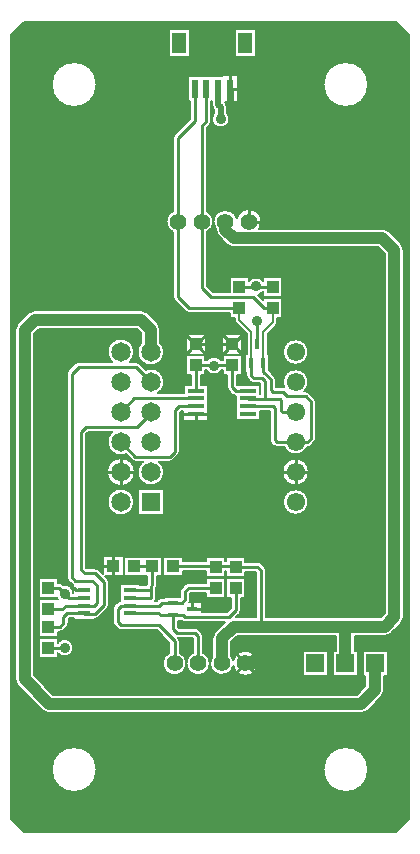
<source format=gbr>
G04 DesignSpark PCB PRO Gerber Version 10.0 Build 5299*
G04 #@! TF.Part,Single*
G04 #@! TF.FileFunction,Copper,L1,Top*
G04 #@! TF.FilePolarity,Positive*
%FSLAX36Y36*%
%MOIN*%
G04 #@! TA.AperFunction,SMDPad,CuDef*
%ADD79R,0.01575X0.03543*%
%ADD76R,0.03543X0.01575*%
%ADD77R,0.02362X0.06102*%
%ADD75R,0.03937X0.04291*%
%ADD78R,0.04724X0.07087*%
G04 #@! TA.AperFunction,ComponentPad*
%ADD19R,0.06000X0.06000*%
%ADD15R,0.06496X0.06496*%
G04 #@! TD.AperFunction*
%ADD10C,0.00787*%
%ADD14C,0.00984*%
%ADD11C,0.01000*%
%ADD73C,0.01969*%
%ADD72C,0.02362*%
G04 #@! TA.AperFunction,ViaPad*
%ADD12C,0.03543*%
G04 #@! TD.AperFunction*
%ADD13C,0.03937*%
G04 #@! TA.AperFunction,ComponentPad*
%ADD18C,0.05512*%
%ADD17C,0.06102*%
%ADD16C,0.06496*%
G04 #@! TA.AperFunction,SMDPad,CuDef*
%ADD80R,0.04331X0.01772*%
%ADD74R,0.05610X0.01772*%
%ADD81R,0.04291X0.03937*%
G04 #@! TD.AperFunction*
X0Y0D02*
D02*
D10*
X69744Y2689839D02*
Y73941D01*
X113311Y30374D01*
X1351256D01*
X1394823Y73941D01*
Y2689839D01*
X1351256Y2733406D01*
X113311D01*
X69744Y2689839D01*
X204724Y2523622D02*
G75*
G02*
X354331I74803J0D01*
G01*
G75*
G02*
X204724I-74803J0D01*
G01*
X1080709Y1478386D02*
G75*
G02*
X1085630Y1466535I-11811J-11854D01*
G01*
Y1342520D01*
G75*
G02*
X1080709Y1330669I-16732J4D01*
G01*
X1068937Y1318898D01*
G75*
G02*
X1057087Y1313976I-11854J11811D01*
G01*
X1056063D01*
G75*
G02*
X978843Y1315157I-38346J17913D01*
G01*
X955547D01*
G75*
G02*
X943681Y1320059I-31J16732D01*
G01*
X936988Y1326752D01*
G75*
G02*
X932087Y1338583I11831J11831D01*
G01*
G75*
G02*
Y1338591I6835J4D01*
G01*
G75*
G02*
Y1338618I7933J16D01*
G01*
Y1436024D01*
X898602D01*
Y1405512D01*
X818878D01*
Y1485236D01*
G75*
G02*
X807047Y1490157I24J16732D01*
G01*
X795276Y1501929D01*
G75*
G02*
X790354Y1513780I11811J11854D01*
G01*
Y1553780D01*
X775591D01*
Y1570315D01*
X770685D01*
G75*
G02*
X721441I-24622J16299D01*
G01*
X716535D01*
Y1553780D01*
X701299D01*
Y1523622D01*
X724429D01*
Y1448976D01*
X726555D01*
Y1403386D01*
X642579D01*
Y1434055D01*
X634882D01*
X630906Y1430079D01*
Y1299248D01*
G75*
G02*
Y1299220I-7933J-12D01*
G01*
G75*
G02*
Y1299213I-6835J-4D01*
G01*
G75*
G02*
X626004Y1287382I-16732J0D01*
G01*
X610256Y1271634D01*
G75*
G02*
X598390Y1266732I-11835J11831D01*
G01*
X562780D01*
G75*
G02*
X579724Y1231890I-27346J-34839D01*
G01*
G75*
G02*
X491142I-44291J0D01*
G01*
G75*
G02*
X508091Y1266732I44291J-4D01*
G01*
X483858D01*
G75*
G02*
X472008Y1271654I4J16732D01*
G01*
X452598Y1291059D01*
G75*
G02*
X406193Y1365157I-17165J40831D01*
G01*
X325827D01*
X319882Y1359213D01*
Y912441D01*
X321890Y910433D01*
X350358D01*
G75*
G02*
X362224Y905531I31J-16732D01*
G01*
X374488Y893268D01*
Y950945D01*
X445276D01*
Y883701D01*
X384055D01*
X389783Y877972D01*
G75*
G02*
X394685Y866142I-11831J-11831D01*
G01*
G75*
G02*
Y866134I-6835J-4D01*
G01*
G75*
G02*
Y866106I-7933J-12D01*
G01*
Y787437D01*
G75*
G02*
Y787409I-7933J-12D01*
G01*
G75*
G02*
Y787402I-6835J-4D01*
G01*
G75*
G02*
X389783Y775571I-16732J0D01*
G01*
X362224Y748012D01*
G75*
G02*
X350358Y743110I-11835J11831D01*
G01*
X346457D01*
Y740157D01*
X279528D01*
Y744094D01*
X263819D01*
X260827Y741102D01*
Y728346D01*
G75*
G02*
X255906Y716496I-16732J4D01*
G01*
X244134Y704724D01*
G75*
G02*
X232283Y699803I-11854J11811D01*
G01*
X224409D01*
Y682835D01*
X161417D01*
Y809291D01*
X224232D01*
G75*
G02*
X222043Y812756I23799J17461D01*
G01*
X161417D01*
Y879291D01*
X224409D01*
Y862756D01*
X228744D01*
G75*
G02*
X240610Y857854I31J-16732D01*
G01*
X242661Y855807D01*
G75*
G02*
X277402Y829819I5370J-29035D01*
G01*
Y854484D01*
G75*
G02*
X271614Y858268I6067J15594D01*
G01*
X259843Y870039D01*
G75*
G02*
X254921Y881890I11811J11854D01*
G01*
Y1559055D01*
G75*
G02*
X259843Y1570906I16732J-4D01*
G01*
X283425Y1594488D01*
G75*
G02*
X295276Y1599409I11854J-11811D01*
G01*
X405319D01*
G75*
G02*
X391142Y1631890I30114J32480D01*
G01*
G75*
G02*
X479724I44291J0D01*
G01*
G75*
G02*
X465547Y1599409I-44291J0D01*
G01*
X484646D01*
G75*
G02*
X496496Y1594488I-4J-16732D01*
G01*
X518268Y1572720D01*
G75*
G02*
X560063Y1495079I17165J-40831D01*
G01*
X644705D01*
Y1523622D01*
X667835D01*
Y1553780D01*
X653543D01*
Y1620315D01*
X716535D01*
Y1603780D01*
X722039D01*
G75*
G02*
X770087I24024J-17165D01*
G01*
X775591D01*
Y1620315D01*
X838583D01*
Y1553780D01*
X823819D01*
Y1523622D01*
X898602D01*
Y1493110D01*
X898622D01*
Y1528504D01*
X898583Y1528543D01*
X877953D01*
G75*
G02*
X866102Y1533465I4J16732D01*
G01*
X858268Y1541299D01*
G75*
G02*
X853346Y1553150I11811J11854D01*
G01*
Y1564961D01*
X850394D01*
Y1624016D01*
X854331D01*
Y1692295D01*
X819575Y1727055D01*
G75*
G02*
X814961Y1738189I11134J11138D01*
G01*
Y1746693D01*
X799213D01*
Y1762795D01*
X661417D01*
G75*
G02*
X649567Y1767717I4J16732D01*
G01*
X614173Y1803110D01*
G75*
G02*
X609252Y1814961I11811J11854D01*
G01*
Y2031291D01*
G75*
G02*
Y2102567I16732J35638D01*
G01*
Y2346457D01*
G75*
G02*
X614173Y2358307I16732J-4D01*
G01*
X664370Y2408504D01*
Y2467087D01*
X657480D01*
Y2551732D01*
X773465D01*
Y2553858D01*
X824961D01*
Y2464961D01*
X782197D01*
X783000Y2464161D01*
G75*
G02*
X789370Y2448819I-15283J-15339D01*
G01*
Y2429524D01*
G75*
G02*
X797244Y2409449I-21654J-20075D01*
G01*
G75*
G02*
X738189I-29528J0D01*
G01*
G75*
G02*
X746063Y2429524I29528J0D01*
G01*
Y2439850D01*
X744559Y2441350D01*
G75*
G02*
X738189Y2456693I15283J15339D01*
G01*
Y2467087D01*
X737205D01*
Y2401610D01*
G75*
G02*
Y2401583I-7933J-12D01*
G01*
G75*
G02*
Y2401575I-6835J-4D01*
G01*
G75*
G02*
X732303Y2389744I-16732J0D01*
G01*
X721457Y2378898D01*
Y2102567D01*
G75*
G02*
Y2031291I-16732J-35638D01*
G01*
Y1853386D01*
X743150Y1831693D01*
X799213D01*
Y1883228D01*
X862205D01*
Y1868110D01*
G75*
G02*
X909449I23622J-17717D01*
G01*
Y1883228D01*
X972441D01*
Y1816693D01*
X909449D01*
Y1832677D01*
G75*
G02*
X892886Y1821720I-23626J17717D01*
G01*
X909449Y1805157D01*
Y1813228D01*
X972441D01*
Y1746693D01*
X956693D01*
Y1730315D01*
G75*
G02*
X952079Y1719181I-15748J4D01*
G01*
X925197Y1692295D01*
Y1624016D01*
X929134D01*
Y1570906D01*
X946850Y1553189D01*
G75*
G02*
X951772Y1541339I-11811J-11854D01*
G01*
Y1514764D01*
X974409D01*
G75*
G02*
X979354Y1514016I-4J-16740D01*
G01*
G75*
G02*
X975394Y1531890I38366J17878D01*
G01*
G75*
G02*
X1060039I42323J0D01*
G01*
G75*
G02*
X1046630Y1500984I-42323J4D01*
G01*
X1051181D01*
G75*
G02*
X1063031Y1496063I-4J-16732D01*
G01*
X1080709Y1478386D01*
X1368701Y1994740D02*
G75*
G02*
X1377953Y1972441I-22244J-22299D01*
G01*
Y748031D01*
G75*
G02*
X1368701Y725732I-31496J0D01*
G01*
X1337260Y694291D01*
G75*
G02*
X1314961Y685039I-22299J22244D01*
G01*
X1214173D01*
Y636299D01*
X1224488D01*
Y552677D01*
X1140866D01*
Y636299D01*
X1151181D01*
Y685039D01*
X824071D01*
X803150Y664118D01*
Y618110D01*
G75*
G02*
X809933Y603697I-31492J-23626D01*
G01*
G75*
G02*
X891890Y594488I40461J-9209D01*
G01*
G75*
G02*
X809933Y585280I-41496J0D01*
G01*
G75*
G02*
X732283Y594488I-38280J9209D01*
G01*
G75*
G02*
X740157Y618110I39370J0D01*
G01*
Y677165D01*
G75*
G02*
X749409Y699465I31496J0D01*
G01*
X781244Y731299D01*
X649606D01*
G75*
G02*
X637756Y736220I4J16732D01*
G01*
X626969D01*
Y715591D01*
X628976Y713583D01*
X681102D01*
G75*
G02*
X692953Y708661I-4J-16732D01*
G01*
X704724Y696890D01*
G75*
G02*
X709646Y685039I-11811J-11854D01*
G01*
Y630126D01*
G75*
G02*
X732283Y594488I-16732J-35638D01*
G01*
G75*
G02*
X653543I-39370J0D01*
G01*
G75*
G02*
X676181Y630126I39370J0D01*
G01*
Y678110D01*
X674173Y680118D01*
X626929D01*
G75*
G02*
X630906Y669291I-12756J-10831D01*
G01*
Y630126D01*
G75*
G02*
X653543Y594488I-16732J-35638D01*
G01*
G75*
G02*
X574803I-39370J0D01*
G01*
G75*
G02*
X597441Y630126I39370J0D01*
G01*
Y662362D01*
X556063Y703740D01*
X437008D01*
G75*
G02*
X425157Y708661I4J16732D01*
G01*
X413386Y720433D01*
G75*
G02*
X408465Y732283I11811J11854D01*
G01*
Y775591D01*
G75*
G02*
X413386Y787441I16732J-4D01*
G01*
X424173Y798228D01*
G75*
G02*
X433071Y802886I11850J-11811D01*
G01*
Y858268D01*
X500000D01*
Y854331D01*
X519169D01*
G75*
G02*
X523071Y861669I16264J-3941D01*
G01*
Y885827D01*
X446614D01*
Y948819D01*
X573071D01*
Y885827D01*
X556535D01*
Y854764D01*
G75*
G02*
X552165Y843488I-16732J0D01*
G01*
Y811024D01*
G75*
G02*
X550197Y803150I-16732J0D01*
G01*
X555079D01*
X559016Y807087D01*
G75*
G02*
X570866Y812008I11854J-11811D01*
G01*
X580709D01*
Y814961D01*
X632874D01*
Y834646D01*
G75*
G02*
X637795Y846496I16732J-4D01*
G01*
X649567Y858268D01*
G75*
G02*
X661417Y863189I11854J-11811D01*
G01*
X720472D01*
Y880157D01*
X783465D01*
Y813622D01*
X720472D01*
Y829724D01*
X668346D01*
X666339Y827717D01*
Y807087D01*
G75*
G02*
X663252Y797402I-16732J0D01*
G01*
X704882D01*
Y764764D01*
X788346D01*
X802165Y778583D01*
Y813622D01*
X787402D01*
Y880157D01*
X850394D01*
Y813622D01*
X835630D01*
Y771654D01*
G75*
G02*
X830709Y759803I-16732J4D01*
G01*
X818937Y748031D01*
X884843D01*
Y898583D01*
X883268Y900157D01*
X850394D01*
Y883622D01*
X787402D01*
Y900591D01*
X783465D01*
Y883622D01*
X720472D01*
Y900591D01*
X643071D01*
Y885827D01*
X576535D01*
Y948819D01*
X643071D01*
Y934055D01*
X720472D01*
Y950157D01*
X783465D01*
Y934055D01*
X787402D01*
Y950157D01*
X850394D01*
Y933622D01*
X890197D01*
G75*
G02*
X902047Y928701I-4J-16732D01*
G01*
X913386Y917362D01*
G75*
G02*
X918307Y905512I-11811J-11854D01*
G01*
Y748031D01*
X1301913D01*
X1314961Y761079D01*
Y1959394D01*
X1294039Y1980315D01*
X811067D01*
G75*
G02*
X788752Y1989539I-43J31496D01*
G01*
X761193Y2017098D01*
G75*
G02*
X751969Y2039370I22272J22272D01*
G01*
G75*
G02*
Y2039382I13268J8D01*
G01*
G75*
G02*
Y2039413I11953J16D01*
G01*
Y2043307D01*
G75*
G02*
X744094Y2066929I31496J23622D01*
G01*
G75*
G02*
X821744Y2076138I39370J0D01*
G01*
G75*
G02*
X903701Y2066929I40461J-9209D01*
G01*
G75*
G02*
X896323Y2043307I-41496J-4D01*
G01*
X1307087D01*
G75*
G02*
X1329386Y2034055I0J-31496D01*
G01*
X1368701Y1994740D01*
X1240866Y636299D02*
X1324488D01*
Y552677D01*
X1312992D01*
Y503937D01*
G75*
G02*
X1303740Y481638I-31496J0D01*
G01*
X1258520Y436417D01*
G75*
G02*
X1236220Y427165I-22299J22244D01*
G01*
X196894D01*
G75*
G02*
X174579Y436390I-43J31496D01*
G01*
X91902Y519067D01*
G75*
G02*
X82677Y541339I22272J22272D01*
G01*
G75*
G02*
Y541350I13268J8D01*
G01*
G75*
G02*
Y541382I11953J16D01*
G01*
Y1704681D01*
G75*
G02*
Y1704713I12110J16D01*
G01*
G75*
G02*
Y1704724I14098J8D01*
G01*
G75*
G02*
X91902Y1726996I31496J0D01*
G01*
X127335Y1762429D01*
G75*
G02*
X149650Y1771654I22272J-22272D01*
G01*
X501969D01*
G75*
G02*
X524268Y1762402I0J-31496D01*
G01*
X557677Y1728992D01*
G75*
G02*
X566929Y1706693I-22244J-22299D01*
G01*
Y1663031D01*
G75*
G02*
X579724Y1631890I-31500J-31142D01*
G01*
G75*
G02*
X491142I-44291J0D01*
G01*
G75*
G02*
X503937Y1663031I44295J0D01*
G01*
Y1693646D01*
X488921Y1708661D01*
X162654D01*
X145669Y1691677D01*
Y554386D01*
X209898Y490157D01*
X1223173D01*
X1250000Y516984D01*
Y552677D01*
X1240866D01*
Y636299D01*
X204724Y240157D02*
G75*
G02*
X354331I74803J0D01*
G01*
G75*
G02*
X204724I-74803J0D01*
G01*
X1110236D02*
G75*
G02*
X1259843I74803J0D01*
G01*
G75*
G02*
X1110236I-74803J0D01*
G01*
X224409Y663386D02*
G75*
G02*
X277559Y645669I23622J-17717D01*
G01*
G75*
G02*
X224409Y627953I-29528J0D01*
G01*
Y612835D01*
X161417D01*
Y679370D01*
X224409D01*
Y663386D01*
X1040866Y636299D02*
X1124488D01*
Y552677D01*
X1040866D01*
Y636299D01*
X975394Y1631890D02*
G75*
G02*
X1060039I42323J0D01*
G01*
G75*
G02*
X975394I-42323J0D01*
G01*
X973268Y1231890D02*
G75*
G02*
X1062165I44449J0D01*
G01*
G75*
G02*
X973268I-44449J0D01*
G01*
X975394Y1131890D02*
G75*
G02*
X1060039I42323J0D01*
G01*
G75*
G02*
X975394I-42323J0D01*
G01*
X491142Y1176181D02*
X579724D01*
Y1087598D01*
X491142D01*
Y1176181D01*
X389016Y1231890D02*
G75*
G02*
X481850I46417J0D01*
G01*
G75*
G02*
X389016I-46417J0D01*
G01*
X391142Y1131890D02*
G75*
G02*
X479724I44291J0D01*
G01*
G75*
G02*
X391142I-44291J0D01*
G01*
X773465Y1692441D02*
X840709D01*
Y1621654D01*
X773465D01*
Y1692441D01*
X651417D02*
X718661D01*
Y1621654D01*
X651417D01*
Y1692441D01*
X594488Y2709213D02*
X665354D01*
Y2614724D01*
X594488D01*
Y2709213D01*
X814961D02*
X885827D01*
Y2614724D01*
X814961D01*
Y2709213D01*
X1110236Y2523622D02*
G75*
G02*
X1259843I74803J0D01*
G01*
G75*
G02*
X1110236I-74803J0D01*
G01*
X73681Y240157D02*
G36*
X73681Y240157D02*
Y70004D01*
X109374Y34311D01*
X1355193D01*
X1390886Y70004D01*
Y240157D01*
X1259843D01*
G75*
G02*
X1110236I-74803J0D01*
G01*
X354331D01*
G75*
G02*
X204724I-74803J0D01*
G01*
X73681D01*
G37*
Y594488D02*
G36*
X73681Y594488D02*
Y240157D01*
X204724D01*
G75*
G02*
X354331I74803J0D01*
G01*
X1110236D01*
G75*
G02*
X1259843I74803J0D01*
G01*
X1390886D01*
Y594488D01*
X1324488D01*
Y552677D01*
X1312992D01*
Y503937D01*
G75*
G02*
X1303740Y481638I-31508J4D01*
G01*
X1258520Y436417D01*
G75*
G02*
X1236220Y427165I-22303J22256D01*
G01*
X196894D01*
G75*
G02*
X174579Y436390I-35J31516D01*
G01*
X91902Y519067D01*
G75*
G02*
X82677Y541335I22268J22268D01*
G01*
G75*
G02*
Y541339I56394J4D01*
G01*
Y541350D01*
Y541382D01*
Y594488D01*
X73681D01*
G37*
X145669D02*
G36*
X145669Y594488D02*
Y554386D01*
X209898Y490157D01*
X1223173D01*
X1250000Y516984D01*
Y552677D01*
X1240866D01*
Y594488D01*
X1224488D01*
Y552677D01*
X1140866D01*
Y594488D01*
X1124488D01*
Y552677D01*
X1040866D01*
Y594488D01*
X891890D01*
G75*
G02*
X809933Y585280I-41496J0D01*
G01*
G75*
G02*
X732283Y594488I-38280J9209D01*
G01*
X732280D01*
G75*
G02*
X653543I-39366J24D01*
G01*
X653539D01*
G75*
G02*
X574803I-39366J24D01*
G01*
X145669D01*
G37*
X73681Y646102D02*
G36*
X73681Y646102D02*
Y594488D01*
X82677D01*
Y646102D01*
X73681D01*
G37*
X145669D02*
G36*
X145669Y646102D02*
Y594488D01*
X574803D01*
G75*
G02*
X597441Y630126I39370J0D01*
G01*
Y646102D01*
X277555D01*
G75*
G02*
X277559Y645669I-29535J-484D01*
G01*
G75*
G02*
X224409Y627953I-29528J0D01*
G01*
Y612835D01*
X161417D01*
Y646102D01*
X145669D01*
G37*
X630906D02*
G36*
X630906Y646102D02*
Y630126D01*
G75*
G02*
X653539Y594496I-16760J-35650D01*
G01*
G75*
G02*
Y594488I-41012J-4D01*
G01*
X653543D01*
G75*
G02*
X676181Y630126I39370J0D01*
G01*
Y646102D01*
X630906D01*
G37*
X709646D02*
G36*
X709646Y646102D02*
Y630126D01*
G75*
G02*
X732280Y594496I-16760J-35650D01*
G01*
G75*
G02*
Y594488I-41012J-4D01*
G01*
X732283D01*
G75*
G02*
X740157Y618110I39366J0D01*
G01*
Y646102D01*
X709646D01*
G37*
X803150D02*
G36*
X803150Y646102D02*
Y618110D01*
G75*
G02*
X809933Y603697I-31398J-23579D01*
G01*
G75*
G02*
X891890Y594488I40461J-9209D01*
G01*
X1040866D01*
Y636299D01*
X1124488D01*
Y594488D01*
X1140866D01*
Y636299D01*
X1151181D01*
Y646102D01*
X803150D01*
G37*
X1214173D02*
G36*
X1214173Y646102D02*
Y636299D01*
X1224488D01*
Y594488D01*
X1240866D01*
Y636299D01*
X1324488D01*
Y594488D01*
X1390886D01*
Y646102D01*
X1214173D01*
G37*
X73681Y1131890D02*
G36*
X73681Y1131890D02*
Y646102D01*
X82677D01*
Y1131890D01*
X73681D01*
G37*
X145669D02*
G36*
X145669Y1131890D02*
Y646102D01*
X161417D01*
Y679370D01*
X224409D01*
Y663386D01*
G75*
G02*
X277555Y646102I23622J-17717D01*
G01*
X597441D01*
Y662362D01*
X556063Y703740D01*
X437008D01*
G75*
G02*
X425157Y708661I0J16724D01*
G01*
X413386Y720433D01*
G75*
G02*
X408465Y732283I11807J11850D01*
G01*
Y775591D01*
G75*
G02*
X413386Y787441I16728J0D01*
G01*
X424173Y798228D01*
G75*
G02*
X433071Y802886I11850J-11811D01*
G01*
Y858268D01*
X500000D01*
Y854331D01*
X519169D01*
G75*
G02*
X523071Y861669I16295J-3957D01*
G01*
Y885827D01*
X446614D01*
Y948819D01*
X573071D01*
Y885827D01*
X556535D01*
Y854764D01*
G75*
G02*
Y854760I-11874J0D01*
G01*
G75*
G02*
X552165Y843488I-16720J0D01*
G01*
Y811024D01*
G75*
G02*
X550197Y803150I-16740J0D01*
G01*
X555079D01*
X559016Y807087D01*
G75*
G02*
X570866Y812008I11850J-11803D01*
G01*
X580709D01*
Y814961D01*
X632874D01*
Y834646D01*
G75*
G02*
X637795Y846496I16728J0D01*
G01*
X649567Y858268D01*
G75*
G02*
X661417Y863189I11850J-11803D01*
G01*
X720472D01*
Y880157D01*
X783465D01*
Y813622D01*
X720472D01*
Y829724D01*
X668346D01*
X666339Y827717D01*
Y807087D01*
G75*
G02*
X663252Y797402I-16756J8D01*
G01*
X704882D01*
Y764764D01*
X788346D01*
X802165Y778583D01*
Y813622D01*
X787402D01*
Y880157D01*
X850394D01*
Y813622D01*
X835630D01*
Y771654D01*
G75*
G02*
X830709Y759803I-16728J0D01*
G01*
X818937Y748031D01*
X884843D01*
Y898583D01*
X883268Y900157D01*
X850394D01*
Y883622D01*
X787402D01*
Y900591D01*
X783465D01*
Y883622D01*
X720472D01*
Y900591D01*
X643071D01*
Y885827D01*
X576535D01*
Y948819D01*
X643071D01*
Y934055D01*
X720472D01*
Y950157D01*
X783465D01*
Y934055D01*
X787402D01*
Y950157D01*
X850394D01*
Y933622D01*
X890197D01*
G75*
G02*
X902047Y928701I0J-16724D01*
G01*
X913386Y917362D01*
G75*
G02*
X918307Y905512I-11807J-11850D01*
G01*
Y748031D01*
X1301913D01*
X1314961Y761079D01*
Y1131890D01*
X1060039D01*
G75*
G02*
X975394I-42323J0D01*
G01*
X579724D01*
Y1087598D01*
X491142D01*
Y1131890D01*
X479724D01*
G75*
G02*
X391142I-44291J0D01*
G01*
X319882D01*
Y912441D01*
X321890Y910433D01*
X350358D01*
G75*
G02*
X362224Y905531I31J-16740D01*
G01*
X374488Y893268D01*
Y950945D01*
X445276D01*
Y883701D01*
X384055D01*
X389783Y877972D01*
G75*
G02*
X394685Y866142I-11854J-11843D01*
G01*
Y866134D01*
Y866106D01*
Y787437D01*
Y787409D01*
Y787402D01*
G75*
G02*
X389783Y775571I-16756J12D01*
G01*
X362224Y748012D01*
G75*
G02*
X350358Y743110I-11835J11839D01*
G01*
X346457D01*
Y740157D01*
X279528D01*
Y744094D01*
X263819D01*
X260827Y741102D01*
Y728346D01*
G75*
G02*
X255906Y716496I-16728J0D01*
G01*
X244134Y704724D01*
G75*
G02*
X232283Y699803I-11850J11803D01*
G01*
X224409D01*
Y682835D01*
X161417D01*
Y809291D01*
X224232D01*
G75*
G02*
X222043Y812756I23890J17520D01*
G01*
X161417D01*
Y879291D01*
X224409D01*
Y862756D01*
X228744D01*
G75*
G02*
X240610Y857854I31J-16740D01*
G01*
X242661Y855807D01*
G75*
G02*
X277402Y829819I5374J-29031D01*
G01*
Y854484D01*
G75*
G02*
X271614Y858268I6094J15642D01*
G01*
X259843Y870039D01*
G75*
G02*
X254921Y881890I11807J11850D01*
G01*
Y1131890D01*
X145669D01*
G37*
X626969Y736220D02*
G36*
X626969Y736220D02*
Y715591D01*
X628976Y713583D01*
X681102D01*
G75*
G02*
X692953Y708661I0J-16724D01*
G01*
X704724Y696890D01*
G75*
G02*
X709646Y685039I-11807J-11850D01*
G01*
Y646102D01*
X740157D01*
Y677165D01*
G75*
G02*
X749409Y699465I31508J-4D01*
G01*
X781244Y731299D01*
X649606D01*
G75*
G02*
X637756Y736220I0J16724D01*
G01*
X626969D01*
G37*
X630906Y669291D02*
G36*
X630906Y669291D02*
Y646102D01*
X676181D01*
Y678110D01*
X674173Y680118D01*
X626929D01*
G75*
G02*
X630906Y669291I-12776J-10835D01*
G01*
G37*
X803150Y664118D02*
G36*
X803150Y664118D02*
Y646102D01*
X1151181D01*
Y685039D01*
X824071D01*
X803150Y664118D01*
G37*
X1214173Y685039D02*
G36*
X1214173Y685039D02*
Y646102D01*
X1390886D01*
Y1131890D01*
X1377953D01*
Y748031D01*
G75*
G02*
X1368701Y725732I-31508J4D01*
G01*
X1337260Y694291D01*
G75*
G02*
X1314961Y685039I-22303J22256D01*
G01*
X1214173D01*
G37*
X73681Y1231890D02*
G36*
X73681Y1231890D02*
Y1131890D01*
X82677D01*
Y1231890D01*
X73681D01*
G37*
X145669D02*
G36*
X145669Y1231890D02*
Y1131890D01*
X254921D01*
Y1231890D01*
X145669D01*
G37*
X319882D02*
G36*
X319882Y1231890D02*
Y1131890D01*
X391142D01*
G75*
G02*
X479724I44291J0D01*
G01*
X491142D01*
Y1176181D01*
X579724D01*
Y1131890D01*
X975394D01*
G75*
G02*
X1060039I42323J0D01*
G01*
X1314961D01*
Y1231890D01*
X1062165D01*
G75*
G02*
X973268I-44449J0D01*
G01*
X579724D01*
G75*
G02*
X491142I-44291J0D01*
G01*
X481850D01*
G75*
G02*
X389016I-46417J0D01*
G01*
X319882D01*
G37*
X1377953D02*
G36*
X1377953Y1231890D02*
Y1131890D01*
X1390886D01*
Y1231890D01*
X1377953D01*
G37*
X73681Y1330551D02*
G36*
X73681Y1330551D02*
Y1231890D01*
X82677D01*
Y1330551D01*
X73681D01*
G37*
X145669D02*
G36*
X145669Y1330551D02*
Y1231890D01*
X254921D01*
Y1330551D01*
X145669D01*
G37*
X319882D02*
G36*
X319882Y1330551D02*
Y1231890D01*
X389016D01*
G75*
G02*
X481850I46417J0D01*
G01*
X491142D01*
G75*
G02*
Y1231898I50126J4D01*
G01*
G75*
G02*
X508091Y1266732I44272J0D01*
G01*
X483858D01*
G75*
G02*
X472008Y1271654I0J16724D01*
G01*
X452598Y1291059D01*
G75*
G02*
X391161Y1330551I-17165J40831D01*
G01*
X319882D01*
G37*
X579724Y1231894D02*
G36*
X579724Y1231894D02*
G75*
G02*
Y1231890I-45114J0D01*
G01*
X973268D01*
G75*
G02*
X1062165I44449J0D01*
G01*
X1314961D01*
Y1330551D01*
X1080591D01*
X1068937Y1318898D01*
G75*
G02*
X1057087Y1313976I-11850J11803D01*
G01*
X1056063D01*
G75*
G02*
X978843Y1315157I-38346J17913D01*
G01*
X955547D01*
G75*
G02*
X943681Y1320059I-31J16740D01*
G01*
X936988Y1326752D01*
G75*
G02*
X934142Y1330551I11850J11846D01*
G01*
X630906D01*
Y1299248D01*
Y1299220D01*
Y1299213D01*
G75*
G02*
X626004Y1287382I-16756J12D01*
G01*
X610256Y1271634D01*
G75*
G02*
X598390Y1266732I-11835J11839D01*
G01*
X562780D01*
G75*
G02*
X579724Y1231894I-27343J-34839D01*
G01*
G37*
X1377953Y1330551D02*
G36*
X1377953Y1330551D02*
Y1231890D01*
X1390886D01*
Y1330551D01*
X1377953D01*
G37*
X73681Y1631890D02*
G36*
X73681Y1631890D02*
Y1330551D01*
X82677D01*
Y1631890D01*
X73681D01*
G37*
X145669D02*
G36*
X145669Y1631890D02*
Y1330551D01*
X254921D01*
Y1559055D01*
G75*
G02*
X259843Y1570906I16728J0D01*
G01*
X283425Y1594488D01*
G75*
G02*
X295276Y1599409I11850J-11803D01*
G01*
X405319D01*
G75*
G02*
X391142Y1631882I30098J32472D01*
G01*
G75*
G02*
Y1631890I37594J4D01*
G01*
X145669D01*
G37*
X319882Y1359213D02*
G36*
X319882Y1359213D02*
Y1330551D01*
X391161D01*
G75*
G02*
X391142Y1331890I44319J1323D01*
G01*
G75*
G02*
X406193Y1365157I44291J0D01*
G01*
X325827D01*
X319882Y1359213D01*
G37*
X479724Y1631882D02*
G36*
X479724Y1631882D02*
G75*
G02*
X465547Y1599409I-44276J0D01*
G01*
X484646D01*
G75*
G02*
X496496Y1594488I0J-16724D01*
G01*
X518268Y1572720D01*
G75*
G02*
X579724Y1531890I17165J-40831D01*
G01*
G75*
G02*
X560063Y1495079I-44291J0D01*
G01*
X644705D01*
Y1523622D01*
X667835D01*
Y1553780D01*
X653543D01*
Y1620315D01*
X716535D01*
Y1603780D01*
X722039D01*
G75*
G02*
X770087I24024J-17161D01*
G01*
X775591D01*
Y1620315D01*
X838583D01*
Y1553780D01*
X823819D01*
Y1523622D01*
X898602D01*
Y1493110D01*
X898622D01*
Y1528504D01*
X898583Y1528543D01*
X877953D01*
G75*
G02*
X866102Y1533465I0J16724D01*
G01*
X858268Y1541299D01*
G75*
G02*
X853346Y1553150I11807J11850D01*
G01*
Y1564961D01*
X850394D01*
Y1624016D01*
X854331D01*
Y1631890D01*
X840709D01*
Y1621654D01*
X773465D01*
Y1631890D01*
X718661D01*
Y1621654D01*
X651417D01*
Y1631890D01*
X579724D01*
G75*
G02*
X491142I-44291J0D01*
G01*
X479724D01*
G75*
G02*
Y1631882I-37594J-4D01*
G01*
G37*
X630906Y1430079D02*
G36*
X630906Y1430079D02*
Y1330551D01*
X934142D01*
G75*
G02*
X932087Y1338583I14697J8039D01*
G01*
Y1338591D01*
Y1338618D01*
Y1436024D01*
X898602D01*
Y1405512D01*
X818878D01*
Y1485236D01*
G75*
G02*
X807047Y1490157I20J16732D01*
G01*
X795276Y1501929D01*
G75*
G02*
X790354Y1513780I11807J11850D01*
G01*
Y1553780D01*
X775591D01*
Y1570315D01*
X770685D01*
G75*
G02*
X721441I-24622J16299D01*
G01*
X716535D01*
Y1553780D01*
X701299D01*
Y1523622D01*
X724429D01*
Y1448976D01*
X726555D01*
Y1403386D01*
X642579D01*
Y1434055D01*
X634882D01*
X630906Y1430079D01*
G37*
X925197Y1631890D02*
G36*
X925197Y1631890D02*
Y1624016D01*
X929134D01*
Y1570906D01*
X946850Y1553189D01*
G75*
G02*
X951772Y1541339I-11807J-11850D01*
G01*
Y1514764D01*
X974409D01*
G75*
G02*
X979354Y1514016I-12J-16807D01*
G01*
G75*
G02*
X975394Y1531890I38433J17894D01*
G01*
G75*
G02*
X1060039I42323J0D01*
G01*
G75*
G02*
X1046630Y1500984I-42323J0D01*
G01*
X1051181D01*
G75*
G02*
X1063031Y1496063I0J-16724D01*
G01*
X1080709Y1478386D01*
G75*
G02*
X1085630Y1466535I-11807J-11850D01*
G01*
Y1342520D01*
G75*
G02*
X1080709Y1330669I-16728J0D01*
G01*
X1080591Y1330551D01*
X1314961D01*
Y1631890D01*
X1060039D01*
G75*
G02*
X975394I-42323J0D01*
G01*
X925197D01*
G37*
X1377953D02*
G36*
X1377953Y1631890D02*
Y1330551D01*
X1390886D01*
Y1631890D01*
X1377953D01*
G37*
X73681Y2523622D02*
G36*
X73681Y2523622D02*
Y1631890D01*
X82677D01*
Y1704681D01*
Y1704713D01*
Y1704724D01*
G75*
G02*
X91902Y1726996I31512J-4D01*
G01*
X127335Y1762429D01*
G75*
G02*
X149650Y1771654I22280J-22291D01*
G01*
X501969D01*
G75*
G02*
X524268Y1762402I-4J-31508D01*
G01*
X557677Y1728992D01*
G75*
G02*
X566929Y1706693I-22256J-22303D01*
G01*
Y1663031D01*
G75*
G02*
X579724Y1631894I-31488J-31138D01*
G01*
G75*
G02*
Y1631890I-45114J0D01*
G01*
X651417D01*
Y1692441D01*
X718661D01*
Y1631890D01*
X773465D01*
Y1692441D01*
X840709D01*
Y1631890D01*
X854331D01*
Y1692295D01*
X819575Y1727055D01*
G75*
G02*
X814961Y1738189I11138J11138D01*
G01*
Y1746693D01*
X799213D01*
Y1762795D01*
X661417D01*
G75*
G02*
X649567Y1767717I0J16724D01*
G01*
X614173Y1803110D01*
G75*
G02*
X609252Y1814961I11807J11850D01*
G01*
Y2031291D01*
G75*
G02*
X586614Y2066929I16732J35638D01*
G01*
G75*
G02*
X609252Y2102567I39370J0D01*
G01*
Y2346457D01*
G75*
G02*
X614173Y2358307I16728J0D01*
G01*
X664370Y2408504D01*
Y2467087D01*
X657480D01*
Y2523622D01*
X354331D01*
G75*
G02*
X204724I-74803J0D01*
G01*
X73681D01*
G37*
X145669Y1691677D02*
G36*
X145669Y1691677D02*
Y1631890D01*
X391142D01*
G75*
G02*
X479724I44291J0D01*
G01*
X491142D01*
G75*
G02*
Y1631894I45114J4D01*
G01*
G75*
G02*
X503937Y1663031I44283J0D01*
G01*
Y1693646D01*
X488921Y1708661D01*
X162654D01*
X145669Y1691677D01*
G37*
X721457Y2031291D02*
G36*
X721457Y2031291D02*
Y1853386D01*
X743150Y1831693D01*
X799213D01*
Y1883228D01*
X862205D01*
Y1868110D01*
G75*
G02*
X909449I23622J-17717D01*
G01*
Y1883228D01*
X972441D01*
Y1816693D01*
X909449D01*
Y1832677D01*
G75*
G02*
X892886Y1821720I-23606J17689D01*
G01*
X909449Y1805157D01*
Y1813228D01*
X972441D01*
Y1746693D01*
X956693D01*
Y1730315D01*
G75*
G02*
X952079Y1719181I-15752J4D01*
G01*
X925197Y1692295D01*
Y1631890D01*
X975394D01*
G75*
G02*
X1060039I42323J0D01*
G01*
X1314961D01*
Y1959394D01*
X1294039Y1980315D01*
X811067D01*
G75*
G02*
X788752Y1989539I-35J31516D01*
G01*
X761193Y2017098D01*
G75*
G02*
X751969Y2039366I22268J22268D01*
G01*
G75*
G02*
Y2039370I56394J4D01*
G01*
Y2039382D01*
Y2039413D01*
Y2043307D01*
G75*
G02*
X744094Y2066929I31492J23622D01*
G01*
G75*
G02*
X721457Y2031291I-39374J0D01*
G01*
G37*
Y2378898D02*
G36*
X721457Y2378898D02*
Y2102567D01*
G75*
G02*
X744094Y2066933I-16732J-35638D01*
G01*
G75*
G02*
X821744Y2076138I39370J0D01*
G01*
G75*
G02*
X903701Y2066929I40461J-9209D01*
G01*
G75*
G02*
Y2066917I-48339J-4D01*
G01*
G75*
G02*
X896323Y2043307I-41469J0D01*
G01*
X1307087D01*
G75*
G02*
X1329386Y2034055I-4J-31508D01*
G01*
X1368701Y1994740D01*
G75*
G02*
X1377953Y1972441I-22256J-22303D01*
G01*
Y1631890D01*
X1390886D01*
Y2523622D01*
X1259843D01*
G75*
G02*
X1110236I-74803J0D01*
G01*
X824961D01*
Y2464961D01*
X782197D01*
X783000Y2464161D01*
G75*
G02*
X789370Y2448831I-15264J-15331D01*
G01*
G75*
G02*
Y2448819I-21146J-4D01*
G01*
Y2429524D01*
G75*
G02*
X797244Y2409449I-21654J-20075D01*
G01*
G75*
G02*
X738189I-29528J0D01*
G01*
G75*
G02*
X746063Y2429524I29528J0D01*
G01*
Y2439850D01*
X744559Y2441350D01*
G75*
G02*
X738189Y2456681I15264J15331D01*
G01*
G75*
G02*
Y2456693I21146J8D01*
G01*
Y2467087D01*
X737205D01*
Y2401610D01*
Y2401583D01*
Y2401575D01*
G75*
G02*
X732303Y2389744I-16756J12D01*
G01*
X721457Y2378898D01*
G37*
X73681Y2661969D02*
G36*
X73681Y2661969D02*
Y2523622D01*
X204724D01*
G75*
G02*
X354331I74803J0D01*
G01*
X657480D01*
Y2551732D01*
X773465D01*
Y2553858D01*
X824961D01*
Y2523622D01*
X1110236D01*
G75*
G02*
X1259843I74803J0D01*
G01*
X1390886D01*
Y2661969D01*
X885827D01*
Y2614724D01*
X814961D01*
Y2661969D01*
X665354D01*
Y2614724D01*
X594488D01*
Y2661969D01*
X73681D01*
G37*
Y2693776D02*
G36*
X73681Y2693776D02*
Y2661969D01*
X594488D01*
Y2709213D01*
X665354D01*
Y2661969D01*
X814961D01*
Y2709213D01*
X885827D01*
Y2661969D01*
X1390886D01*
Y2693776D01*
X1355193Y2729469D01*
X109374D01*
X73681Y2693776D01*
G37*
X830709Y1779961D02*
Y1738189D01*
X870079Y1698819D01*
Y1594488D01*
X940945Y1779961D02*
Y1730315D01*
X909449Y1698819D01*
Y1594488D01*
D02*
D11*
X393425Y917323D02*
X373425D01*
X407953Y1231890D02*
X387953D01*
X409882Y902638D02*
Y882638D01*
Y932008D02*
Y952008D01*
X435433Y1204409D02*
Y1184409D01*
Y1259370D02*
Y1279370D01*
X462913Y1231890D02*
X482913D01*
X661516Y1426181D02*
X641516D01*
X668890Y1640898D02*
X650354Y1622362D01*
X668890Y1673197D02*
X650354Y1691732D01*
X673228Y778465D02*
Y798465D01*
X684567Y1422323D02*
Y1402323D01*
X685945Y775591D02*
X705945D01*
X701189Y1640898D02*
X719724Y1622362D01*
X701189Y1673197D02*
X719724Y1691732D01*
X707618Y1426181D02*
X727618D01*
X790937Y1640898D02*
X772402Y1622362D01*
X790937Y1673197D02*
X772402Y1691732D01*
X799213Y2483898D02*
Y2463898D01*
Y2534921D02*
Y2554921D01*
X806024Y2509409D02*
X826024D01*
X823236Y1640898D02*
X841772Y1622362D01*
X823236Y1673197D02*
X841772Y1691732D01*
X834441Y578535D02*
X820299Y564394D01*
X834441Y610441D02*
X820299Y624583D01*
X862205Y2089488D02*
Y2109488D01*
X866346Y578535D02*
X880488Y564394D01*
X866346Y610441D02*
X880488Y624583D01*
X884764Y2066929D02*
X904764D01*
X992205Y1231890D02*
X972205D01*
X1017717Y1206378D02*
Y1186378D01*
Y1257402D02*
Y1277402D01*
X1043228Y1231890D02*
X1063228D01*
D02*
D12*
X216535Y905512D03*
X248031Y645669D03*
Y826772D03*
X342520Y937008D03*
X377953Y590551D03*
X685039Y1370079D03*
X728346Y791339D03*
X746063Y1586614D03*
X767717Y2409449D03*
X771654Y1086614D03*
Y1263780D03*
X811024Y1708661D03*
X822835Y2429134D03*
X885827Y1850394D03*
X889764Y1734252D03*
X968504Y594488D03*
X1125984Y1232283D03*
D02*
D13*
X535433Y1631890D02*
Y1706693D01*
X501969Y1740157D01*
X149606D01*
X114173Y1704724D01*
Y541339D01*
X196850Y458661D01*
X1236220D01*
X1281496Y503937D01*
Y593701D01*
X1282283Y594488D01*
X1282677D01*
X771654D02*
Y677165D01*
X811024Y716535D01*
X901575D01*
X783465Y2066929D02*
Y2039370D01*
X811024Y2011811D01*
X1307087D01*
X1346457Y1972441D01*
Y748031D01*
X1314961Y716535D01*
X1177165D01*
X850394Y594488D02*
X968504D01*
X901575Y716535D02*
X1177165D01*
X1182677D01*
Y594488D01*
D02*
D14*
X192913Y846024D02*
X228780D01*
X248031Y826772D01*
Y645669D02*
X193346D01*
X192913Y646102D01*
X312992Y760827D02*
X256890D01*
X244094Y748031D01*
Y728346D01*
X232283Y716535D01*
X193346D01*
X192913Y716102D01*
X312992Y786417D02*
X345472D01*
X354331Y795276D01*
Y854331D01*
X338583Y870079D01*
X283465D01*
X271654Y881890D01*
Y1559055D01*
X295276Y1582677D01*
X484646D01*
X535433Y1531890D01*
X312992Y786417D02*
X250984D01*
X240157Y775591D01*
X193346D01*
X192913Y776024D01*
X312992Y812008D02*
X262795D01*
X248031Y826772D01*
X312992Y837598D02*
X284449D01*
X216535Y905512D01*
X409882Y917323D02*
X362205D01*
X342520Y937008D01*
X435433Y1431890D02*
Y1433465D01*
X480315Y1478346D01*
X683583D01*
X684567Y1477362D01*
X466535Y760827D02*
X562008D01*
X566929Y755906D01*
X610236D01*
X466535Y786417D02*
X436024D01*
X425197Y775591D01*
Y732283D01*
X437008Y720472D01*
X562992D01*
X614173Y669291D01*
Y594488D01*
X466535Y786417D02*
X562008D01*
X570866Y795276D01*
X610236D01*
X466535Y837598D02*
X535433D01*
Y811024D01*
X467520D01*
X466535Y812008D01*
X535433Y1431890D02*
Y1429134D01*
X488189Y1381890D01*
X318898D01*
X303150Y1366142D01*
Y905512D01*
X314961Y893701D01*
X350394D01*
X377953Y866142D01*
Y787402D01*
X350394Y759843D01*
X313976D01*
X312992Y760827D01*
X539803Y917323D02*
Y854764D01*
X535433Y850394D01*
Y837598D01*
X539803Y917323D02*
X479882D01*
X609803D02*
X818465D01*
X818898Y916890D01*
X610236Y755906D02*
Y708661D01*
X622047Y696850D01*
X681102D01*
X692913Y685039D01*
Y594488D01*
X610236Y755906D02*
X641732D01*
X649606Y748031D01*
X795276D01*
X818898Y771654D01*
Y846890D01*
X610236Y795276D02*
X637795D01*
X649606Y807087D01*
Y834646D01*
X661417Y846457D01*
X748465D01*
X748898Y846890D01*
X751969D01*
X673228Y775591D02*
X712598D01*
X728346Y791339D01*
X684567Y1426181D02*
Y1370551D01*
X685039Y1370079D01*
X684567Y1451772D02*
X683583Y1450787D01*
X627953D01*
X614173Y1437008D01*
Y1299213D01*
X598425Y1283465D01*
X483858D01*
X435433Y1331890D01*
X684567Y1502953D02*
Y1586575D01*
X685039Y1587047D01*
X807087D01*
X685039Y1657047D02*
X807087D01*
X720472Y2509409D02*
Y2401575D01*
X704724Y2385827D01*
Y2066929D01*
X807087Y1587047D02*
Y1513780D01*
X818898Y1501969D01*
X857756D01*
X858740Y1502953D01*
X818898Y916890D02*
X890197D01*
X901575Y905512D01*
Y716535D01*
X830709Y1779961D02*
X830276Y1779528D01*
X661417D01*
X625984Y1814961D01*
Y2346457D01*
X681102Y2401575D01*
Y2509409D01*
X830709Y1849961D02*
X940945D01*
X870079Y1594488D02*
Y1553150D01*
X877953Y1545276D01*
X905512D01*
X915354Y1535433D01*
Y1476378D01*
X889764Y1657480D02*
Y1734252D01*
X909449Y1594488D02*
Y1566929D01*
X935039Y1541339D01*
Y1505906D01*
X942913Y1498031D01*
X974409D01*
X988189Y1484252D01*
X1051181D01*
X1068898Y1466535D01*
Y1342520D01*
X1057087Y1330709D01*
X1018898D01*
X1017717Y1331890D01*
X915354Y1476378D02*
X859724D01*
X858740Y1477362D01*
X940945Y1779961D02*
X910984D01*
X875984Y1814961D01*
X736220D01*
X704724Y1846457D01*
Y2066929D01*
X1017717Y1331890D02*
X955512D01*
X948819Y1338583D01*
Y1444882D01*
X940945Y1452756D01*
X861693D01*
X860709Y1451772D01*
X858740D01*
X1017717Y1431890D02*
X973622D01*
X968504Y1437008D01*
Y1472441D01*
X964567Y1476378D01*
X915354D01*
D02*
D15*
X535433Y1131890D03*
D02*
D16*
X435433D03*
Y1231890D03*
Y1331890D03*
Y1431890D03*
Y1531890D03*
Y1631890D03*
X535433Y1231890D03*
Y1331890D03*
Y1431890D03*
Y1531890D03*
Y1631890D03*
D02*
D17*
X1017717Y1131890D03*
Y1231890D03*
Y1331890D03*
Y1431890D03*
Y1531890D03*
Y1631890D03*
D02*
D18*
X614173Y594488D03*
X625984Y2066929D03*
X692913Y594488D03*
X704724Y2066929D03*
X771654Y594488D03*
X783465Y2066929D03*
X850394Y594488D03*
X862205Y2066929D03*
D02*
D19*
X1082677Y594488D03*
X1182677D03*
X1282677D03*
D02*
D72*
X799213Y2509409D02*
Y2452756D01*
X822835Y2429134D01*
D02*
D73*
X759843Y2509409D02*
Y2456693D01*
X767717Y2448819D01*
Y2409449D01*
D02*
D74*
X684567Y1426181D03*
Y1451772D03*
Y1477362D03*
Y1502953D03*
X858740Y1426181D03*
Y1451772D03*
Y1477362D03*
Y1502953D03*
D02*
D75*
X192913Y646102D03*
Y716102D03*
Y776024D03*
Y846024D03*
X685039Y1587047D03*
Y1657047D03*
X751969Y846890D03*
Y916890D03*
X807087Y1587047D03*
Y1657047D03*
X818898Y846890D03*
Y916890D03*
X830709Y1779961D03*
Y1849961D03*
X940945Y1779961D03*
Y1849961D03*
D02*
D76*
X610236Y755906D03*
Y795276D03*
X673228Y775591D03*
D02*
D77*
X681102Y2509409D03*
X720472D03*
X759843D03*
X799213D03*
D02*
D78*
X629921Y2661969D03*
X850394D03*
D02*
D79*
X870079Y1594488D03*
X889764Y1657480D03*
X909449Y1594488D03*
D02*
D80*
X312992Y760827D03*
Y786417D03*
Y812008D03*
Y837598D03*
X466535Y760827D03*
Y786417D03*
Y812008D03*
Y837598D03*
D02*
D81*
X409882Y917323D03*
X479882D03*
X539803D03*
X609803D03*
X0Y0D02*
M02*

</source>
